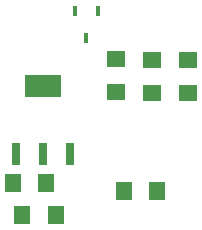
<source format=gbr>
G04 DipTrace 3.3.1.3*
G04 TopPaste.gbr*
%MOMM*%
G04 #@! TF.FileFunction,Paste,Top*
G04 #@! TF.Part,Single*
%ADD35R,3.05X1.95*%
%ADD37R,0.75X1.95*%
%ADD39R,1.6X1.4*%
%ADD41R,0.45X0.85*%
%ADD51R,1.4X1.6*%
%FSLAX35Y35*%
G04*
G71*
G90*
G75*
G01*
G04 TopPaste*
%LPD*%
D51*
X1315460Y773797D3*
X1035460D3*
X1394890Y502473D3*
X1114890D3*
D41*
X1750690Y2234323D3*
X1560690D3*
X1655690Y2004323D3*
D39*
X2211313Y1816813D3*
Y1536813D3*
X1904560Y1825140D3*
Y1545140D3*
D51*
X1975877Y703467D3*
X2255877D3*
D37*
X1061363Y1018147D3*
X1291363D3*
X1521363D3*
D35*
X1291363Y1598147D3*
D39*
X2517603Y1535103D3*
Y1815103D3*
M02*

</source>
